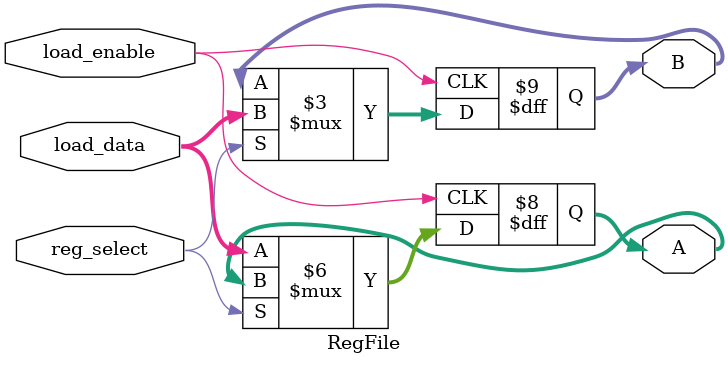
<source format=v>
module RegFile (
    input reg_select,
    input [31:0] load_data,
    input load_enable,
    output reg [31:0]  A,
    output reg [31:0]  B
);
    always @(posedge load_enable) begin
        if (reg_select)
            B = load_data;
        else
            A = load_data;
    end
endmodule
</source>
